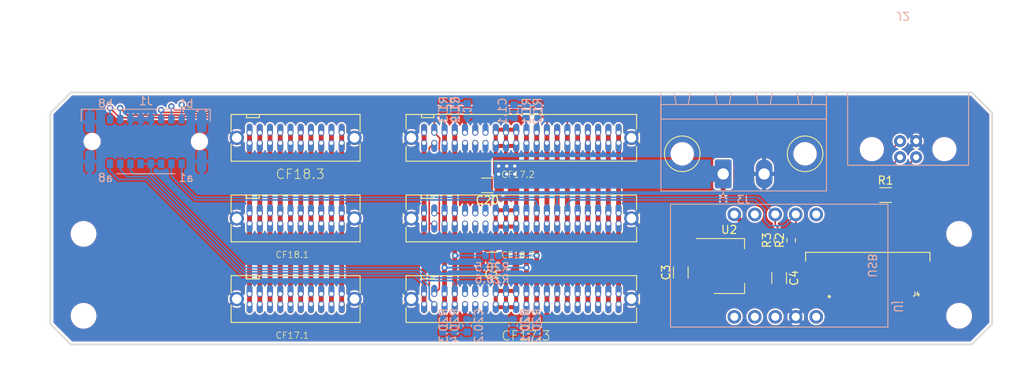
<source format=kicad_pcb>
(kicad_pcb (version 20221018) (generator pcbnew)
  (title_block (title "Oresat 0.5 Backplane") (date "2023-02-19") (rev "v1.1 (Frame v2)"))
  (layers (0 "F.Cu" signal) (1 "In1.Cu" signal) (2 "In2.Cu" signal) (31 "B.Cu" signal) (34 "B.Paste" user) (35 "F.Paste" user) (36 "B.SilkS" user "B.Silkscreen") (37 "F.SilkS" user "F.Silkscreen") (38 "B.Mask" user) (39 "F.Mask" user) (44 "Edge.Cuts" user))
  (net 0 "")
  (net 1 "AUX-1")
  (net 2 "AUX-2")
  (net 3 "AUX-3")
  (net 4 "AUX-4")
  (net 5 "AUX-5")
  (net 6 "AUX-6")
  (net 7 "AUX-7")
  (net 8 "AUX-8")
  (net 9 "AUX-9")
  (net 10 "AUX-10")
  (net 11 "OPD_SDA")
  (net 12 "OPD_SCL")
  (net 13 "OPD_PWR")
  (net 14 "CAN2_H")
  (net 15 "CAN2_L")
  (net 16 "VBUS")
  (net 17 "CAN1_H")
  (net 18 "CAN1_L")
  (net 19 "~{SD}")
  (net 20 "Net-(C1.1-Pad1)")
  (net 21 "Net-(C1.2-Pad1)")
  (net 22 "GND")
  (net 23 "Net-(C20.2-Pad1)")
  (net 24 "MAG-SDA")
  (net 25 "MAG-SCL")
  (net 26 "MAG-POWER")
  (net 27 "HELICAL-DEPLOY")
  (net 28 "TURNSTILE-DEPLOY")
  (net 29 "C3-UART-TX")
  (net 30 "C3-UART-RX")
  (net 31 "Net-(J2-Pin_1)")
  (net 32 "USB_CLI_N")
  (net 33 "USB_CLI_P")
  (net 34 "USB_CLI_VBUS")
  (net 35 "Net-(C20.1-Pad1)")
  (net 40 "UART0_RX")
  (net 41 "UART0_TX")
  (net 46 "I2C0_SCL")
  (net 47 "I2C0_SDA")
  (net 48 "EEPROM_WP")
  (footprint "Package_TO_SOT_SMD:SOT-223-3_TabPin2" (layer "F.Cu") (at 127.6 187)
    (fp_text reference "U2")
    (fp_text value "AMS1117-3.3")
  )
  (footprint "MountingHole:MountingHole_2.7mm" (layer "F.Cu") (at 156.125 193.1725)
    (fp_text reference "REF**" hide)
    (fp_text value "MountingHole_2.7mm")
  )
  (footprint "MountingHole:MountingHole_2.7mm" (layer "F.Cu") (at 47.515 183.0125)
    (fp_text reference "REF**" hide)
    (fp_text value "MountingHole_2.7mm")
  )
  (footprint "Capacitor_SMD:C_1206_3216Metric" (layer "F.Cu") (at 97.6 177 180)
    (fp_text reference "C20")
    (fp_text value "10u 25V")
  )
  (footprint "Capacitor_SMD:C_1206_3216Metric" (layer "F.Cu") (at 98.2 186.2 180)
    (fp_text reference "C1")
    (fp_text value "10u 25V")
  )
  (footprint "oresat-connectors:J-SAMTEC-CF-SFM-110-X1-XXX-D-LC" (layer "F.Cu") (at 73.82 191.095)
    (fp_text reference "CF17.1")
    (fp_text value "SFM-110-X1-XXX-D-LC")
  )
  (footprint "oresat-connectors:J-SAMTEC-CF-SFM-110-X1-XXX-D-LC" (layer "F.Cu") (at 73.82 171.095)
    (fp_text reference "CF18.3")
    (fp_text value "SFM-110-X1-XXX-D-LC")
  )
  (footprint "oresat-connectors:J-SAMTEC-CF-SFM-110-X1-XXX-D-LC" (layer "F.Cu") (at 73.82 181.095)
    (fp_text reference "CF18.1")
    (fp_text value "SFM-110-X1-XXX-D-LC")
  )
  (footprint "MountingHole:MountingHole_2.7mm" (layer "F.Cu") (at 156.125 183.0125)
    (fp_text reference "REF**" hide)
    (fp_text value "MountingHole_2.7mm")
  )
  (footprint "oresat-connectors:J-SAMTEC-SFM-120-X1-XXX-D" (layer "F.Cu") (at 101.82 181.095)
    (fp_text reference "CF18.2")
    (fp_text value "SFM-120-X1-XXX-D")
  )
  (footprint "oresat-connectors:J-SAMTEC-SFM-120-X1-XXX-D" (layer "F.Cu") (at 101.82 171.095)
    (fp_text reference "CF17.2")
    (fp_text value "SFM-120-X1-XXX-D")
  )
  (footprint "Resistor_SMD:R_0603_1608Metric" (layer "F.Cu") (at 135.3 183.8 90)
    (fp_text reference "R2")
    (fp_text value "4k7")
  )
  (footprint "MountingHole:MountingHole_2.7mm" (layer "F.Cu") (at 47.515 193.1725)
    (fp_text reference "REF**" hide)
    (fp_text value "MountingHole_2.7mm")
  )
  (footprint "oresat-connectors:J-TE_2-1734592-0" (layer "F.Cu") (at 144.8 188.2)
    (fp_text reference "J4")
    (fp_text value "ORESAT-DEBUG-CONNECTOR-ALL")
  )
  (footprint "Capacitor_SMD:C_1206_3216Metric" (layer "F.Cu") (at 133.8 188.475 -90)
    (fp_text reference "C4")
    (fp_text value "10u 25V")
  )
  (footprint "Capacitor_SMD:C_1206_3216Metric" (layer "F.Cu") (at 121.6 187.8 90)
    (fp_text reference "C3")
    (fp_text value "10u 25V")
  )
  (footprint "Resistor_SMD:R_1206_3216Metric" (layer "F.Cu") (at 147 178.2)
    (fp_text reference "R1")
    (fp_text value "100k")
  )
  (footprint "Resistor_SMD:R_0603_1608Metric" (layer "F.Cu") (at 133.7 183.8 90)
    (fp_text reference "R3")
    (fp_text value "4k7")
  )
  (footprint "oresat-connectors:J-SAMTEC-SFM-120-X1-XXX-D" (layer "F.Cu") (at 101.82 191.095)
    (fp_text reference "CF17.3")
    (fp_text value "SFM-120-X1-XXX-D")
  )
  (footprint "Connector_Phoenix_MSTB:PhoenixContact_MSTB_2,5_2-GF-5,08_1x02_P5.08mm_Horizontal_ThreadedFlange_MountHole" (layer "B.Cu") (at 126.86 175.5775)
    (fp_text reference "J3")
    (fp_text value "PI 1792627 + PI 1861690 ")
  )
  (footprint "oresat-mcu:Adafruit-Trinket" (layer "B.Cu") (at 133.32 186.95 90)
    (fp_text reference "Uj")
    (fp_text value "~")
  )
  (footprint "Resistor_SMD:R_0603_1608Metric" (layer "B.Cu") (at 93.6 167.6 -90)
    (fp_text reference "R1.3")
    (fp_text value "60.4")
  )
  (footprint "oresat-connectors:m55-6001642" (layer "B.Cu") (at 55.235 171.55 180)
    (fp_text reference "J1")
    (fp_text value "m55-6001642")
  )
  (footprint "Resistor_SMD:R_0603_1608Metric" (layer "B.Cu") (at 102.3 194.4 90)
    (fp_text reference "R20.2")
    (fp_text value "60.4")
  )
  (footprint "Capacitor_SMD:C_0603_1608Metric" (layer "B.Cu") (at 95.1 167.6 -90)
    (fp_text reference "C1.2")
    (fp_text value "1n")
  )
  (footprint "Capacitor_SMD:C_0603_1608Metric" (layer "B.Cu") (at 100.9 167.8 -90)
    (fp_text reference "C1.1")
    (fp_text value "1n")
  )
  (footprint "Resistor_SMD:R_0603_1608Metric" (layer "B.Cu") (at 92.1 194.4 90)
    (fp_text reference "R20.4")
    (fp_text value "60.4")
  )
  (footprint "Resistor_SMD:R_0603_1608Metric" (layer "B.Cu") (at 103.8 194.4 -90)
    (fp_text reference "R20.1")
    (fp_text value "60.4")
  )
  (footprint "oresat-connectors:J-Harwin-M80-5400442" (layer "B.Cu") (at 149.8 172.5)
    (fp_text reference "J2")
    (fp_text value "Harwin M80-5400442")
  )
  (footprint "Capacitor_SMD:C_0603_1608Metric" (layer "B.Cu") (at 95.1 194.4 90)
    (fp_text reference "C20.2")
    (fp_text value "1n")
  )
  (footprint "Resistor_SMD:R_0603_1608Metric" (layer "B.Cu") (at 98.2 187.2)
    (fp_text reference "R20.6")
    (fp_text value "0")
  )
  (footprint "Resistor_SMD:R_0603_1608Metric" (layer "B.Cu") (at 103.9 167.8 -90)
    (fp_text reference "R1.1")
    (fp_text value "60.4")
  )
  (footprint "Resistor_SMD:R_0603_1608Metric" (layer "B.Cu") (at 93.6 194.4 -90)
    (fp_text reference "R20.3")
    (fp_text value "60.4")
  )
  (footprint "Capacitor_SMD:C_0603_1608Metric" (layer "B.Cu") (at 100.8 194.4 90)
    (fp_text reference "C20.1")
    (fp_text value "1n")
  )
  (footprint "Resistor_SMD:R_0603_1608Metric" (layer "B.Cu") (at 98.2 185.7)
    (fp_text reference "R20.5")
    (fp_text value "0")
  )
  (footprint "Resistor_SMD:R_0603_1608Metric" (layer "B.Cu") (at 102.4 167.8 90)
    (fp_text reference "R1.2")
    (fp_text value "60.4")
  )
  (footprint "Resistor_SMD:R_0603_1608Metric" (layer "B.Cu") (at 92.1 167.6 90)
    (fp_text reference "R1.4")
    (fp_text value "60.4")
  )
  (gr_line (start 43.4 168) (end 43.4 194.19) (stroke (width 0.2)) (layer "Edge.Cuts"))
  (gr_line (start 157.7 196.73) (end 160.24 194.19) (stroke (width 0.2)) (layer "Edge.Cuts"))
  (gr_line (start 45.94 196.73) (end 157.7 196.73) (stroke (width 0.2)) (layer "Edge.Cuts"))
  (gr_line (start 160.24 168) (end 157.7 165.46) (stroke (width 0.2)) (layer "Edge.Cuts"))
  (gr_line (start 157.7 165.46) (end 45.94 165.46) (stroke (width 0.2)) (layer "Edge.Cuts"))
  (gr_line (start 160.24 194.19) (end 160.24 168) (stroke (width 0.2)) (layer "Edge.Cuts"))
  (gr_line (start 43.4 194.19) (end 45.94 196.73) (stroke (width 0.2)) (layer "Edge.Cuts"))
  (gr_line (start 45.94 165.46) (end 43.4 168) (stroke (width 0.2)) (layer "Edge.Cuts"))
  (segment (start 79.535 191.73) (end 79.535 170.46) (width 0.6) (layer "F.Cu") (net 1))
  (segment (start 78.265 170.46) (end 78.265 191.73) (width 0.6) (layer "F.Cu") (net 2))
  (segment (start 76.995 191.73) (end 76.995 170.46) (width 0.6) (layer "F.Cu") (net 3))
  (segment (start 75.725 170.46) (end 75.725 191.73) (width 0.6) (layer "F.Cu") (net 4))
  (segment (start 74.455 191.73) (end 74.455 170.46) (width 0.6) (layer "F.Cu") (net 5))
  (segment (start 73.185 170.46) (end 73.185 191.73) (width 0.6) (layer "F.Cu") (net 6))
  (segment (start 71.915 191.73) (end 71.915 170.46) (width 0.6) (layer "F.Cu") (net 7))
  (segment (start 70.645 170.46) (end 70.645 191.73) (width 0.6) (layer "F.Cu") (net 8))
  (segment (start 69.375 170.46) (end 69.375 191.73) (width 0.6) (layer "F.Cu") (net 9))
  (segment (start 68.105 170.46) (end 68.105 191.73) (width 0.6) (layer "F.Cu") (net 10))
  (segment (start 135.3 182.975) (end 135.3 182.4) (width 0.2) (layer "F.Cu") (net 11))
  (segment (start 107.535 170.46) (end 107.535 191.73) (width 0.6) (layer "F.Cu") (net 11))
  (segment (start 106.092 167.292) (end 107.535 168.735) (width 0.2) (layer "F.Cu") (net 11))
  (segment (start 59.68 166.9925) (end 59.9795 167.292) (width 0.2) (layer "F.Cu") (net 11))
  (segment (start 107.535 168.735) (end 107.535 170.46) (width 0.2) (layer "F.Cu") (net 11))
  (segment (start 135.86 181.84) (end 135.86 180.6) (width 0.2) (layer "F.Cu") (net 11))
  (segment (start 59.9795 167.292) (end 106.092 167.292) (width 0.2) (layer "F.Cu") (net 11))
  (segment (start 135.3 182.4) (end 135.86 181.84) (width 0.2) (layer "F.Cu") (net 11))
  (via (at 59.68 166.9925) (size 0.8) (drill 0.4) (layers "F.Cu" "B.Cu") (net 11))
  (segment (start 132 181.4) (end 132 180) (width 0.2) (layer "B.Cu") (net 11))
  (segment (start 134.46 182) (end 132.6 182) (width 0.2) (layer "B.Cu") (net 11))
  (segment (start 108 178.8) (end 107.535 179.265) (width 0.2) (layer "B.Cu") (net 11))
  (segment (start 107.535 179.265) (end 107.535 180.46) (width 0.2) (layer "B.Cu") (net 11))
  (segment (start 132 180) (end 130.8 178.8) (width 0.2) (layer "B.Cu") (net 11))
  (segment (start 132.6 182) (end 132 181.4) (width 0.2) (layer "B.Cu") (net 11))
  (segment (start 135.86 180.6) (end 134.46 182) (width 0.2) (layer "B.Cu") (net 11))
  (segment (start 130.8 178.8) (end 108 178.8) (width 0.2) (layer "B.Cu") (net 11))
  (segment (start 59.68 166.9925) (end 59.68 168.8) (width 0.2) (layer "B.Cu") (net 11))
  (segment (start 133.7 183) (end 133.8 183.1) (width 0.2) (layer "F.Cu") (net 12))
  (segment (start 133.32 181.92) (end 133.7 182.3) (width 0.2) (layer "F.Cu") (net 12))
  (segment (start 106.265 170.46) (end 106.265 191.73) (width 0.6) (layer "F.Cu") (net 12))
  (segment (start 133.32 180.6) (end 133.32 181.92) (width 0.2) (layer "F.Cu") (net 12))
  (segment (start 133.7 182.3) (end 133.7 183) (width 0.2) (layer "F.Cu") (net 12))
  (segment (start 61.473 178.473) (end 105.4 178.473) (width 0.2) (layer "B.Cu") (net 12))
  (segment (start 105.4 178.473) (end 106.265 178.473) (width 0.2) (layer "B.Cu") (net 12))
  (segment (start 106.265 178.473) (end 106.265 180.46) (width 0.2) (layer "B.Cu") (net 12))
  (segment (start 131.193 178.473) (end 133.32 180.6) (width 0.2) (layer "B.Cu") (net 12))
  (segment (start 59.68 174.3) (end 59.68 176.68) (width 0.2) (layer "B.Cu") (net 12))
  (segment (start 59.68 176.68) (end 61.473 178.473) (width 0.2) (layer "B.Cu") (net 12))
  (segment (start 105.4 178.473) (end 131.193 178.473) (width 0.2) (layer "B.Cu") (net 12))
  (segment (start 104.995 170.46) (end 104.995 191.73) (width 0.6) (layer "F.Cu") (net 13))
  (segment (start 123 187) (end 124.45 187) (width 0.6) (layer "F.Cu") (net 13))
  (segment (start 119 188.8) (end 120.2 187.6) (width 0.6) (layer "F.Cu") (net 13))
  (segment (start 120.2 187.6) (end 122.4 187.6) (width 0.6) (layer "F.Cu") (net 13))
  (segment (start 135.075 184.625) (end 135.2 184.5) (width 0.2) (layer "F.Cu") (net 13))
  (segment (start 119 191.4) (end 119 188.8) (width 0.6) (layer "F.Cu") (net 13))
  (segment (start 130.75 183.11) (end 130.75 187) (width 0.6) (layer "F.Cu") (net 13))
  (segment (start 133.8 187) (end 133.7 186.9) (width 0.2) (layer "F.Cu") (net 13))
  (segment (start 133.7 186.9) (end 133.7 184.625) (width 0.2) (layer "F.Cu") (net 13))
  (segment (start 58.829 167.619) (end 103.619 167.619) (width 0.2) (layer "F.Cu") (net 13))
  (segment (start 103.619 167.619) (end 104.995 168.995) (width 0.2) (layer "F.Cu") (net 13))
  (segment (start 128.24 180.6) (end 130.75 183.11) (width 0.6) (layer "F.Cu") (net 13))
  (segment (start 122.4 187.6) (end 123 187) (width 0.6) (layer "F.Cu") (net 13))
  (segment (start 104.995 191.73) (end 104.995 193.395) (width 0.6) (layer "F.Cu") (net 13))
  (segment (start 105.2 193.6) (end 116.8 193.6) (width 0.6) (layer "F.Cu") (net 13))
  (segment (start 104.995 193.395) (end 105.2 193.6) (width 0.6) (layer "F.Cu") (net 13))
  (segment (start 133.7 184.625) (end 135.075 184.625) (width 0.2) (layer "F.Cu") (net 13))
  (segment (start 130.75 187) (end 133.725 187) (width 0.6) (layer "F.Cu") (net 13))
  (segment (start 116.8 193.6) (end 119 191.4) (width 0.6) (layer "F.Cu") (net 13))
  (segment (start 58.41 167.2) (end 58.829 167.619) (width 0.2) (layer "F.Cu") (net 13))
  (segment (start 104.995 168.995) (end 104.995 170.46) (width 0.2) (layer "F.Cu") (net 13))
  (via (at 58.41 167.2) (size 0.8) (drill 0.4) (layers "F.Cu" "B.Cu") (net 13))
  (segment (start 58.41 167.2) (end 58.41 168.8) (width 0.2) (layer "B.Cu") (net 13))
  (segment (start 103.725 170.46) (end 103.725 191.73) (width 0.6) (layer "F.Cu") (net 14))
  (via (at 103.725 185.7) (size 0.8) (drill 0.4) (layers "F.Cu" "B.Cu") (net 14))
  (segment (start 103.8 193.575) (end 103.8 191.805) (width 0.25) (layer "B.Cu") (net 14))
  (segment (start 58.41 175.872448) (end 61.337552 178.8) (width 0.2) (layer "B.Cu") (net 14))
  (segment (start 103.8 191.805) (end 103.725 191.73) (width 0.25) (layer "B.Cu") (net 14))
  (segment (start 98.9 185.7) (end 103.525 185.7) (width 0.25) (layer "B.Cu") (net 14))
  (segment (start 103.9 170.285) (end 103.725 170.46) (width 0.25) (layer "B.Cu") (net 14))
  (segment (start 61.337552 178.8) (end 103.4 178.8) (width 0.2) (layer "B.Cu") (net 14))
  (segment (start 103.4 178.8) (end 103.725 179.125) (width 0.2) (layer "B.Cu") (net 14))
  (segment (start 58.41 174.3) (end 58.41 175.872448) (width 0.2) (layer "B.Cu") (net 14))
  (segment (start 103.725 179.125) (end 103.725 180.46) (width 0.2) (layer "B.Cu") (net 14))
  (segment (start 103.9 168.625) (end 103.9 170.285) (width 0.25) (layer "B.Cu") (net 14))
  (segment (start 101.746 167.946) (end 102.455 168.655) (width 0.2) (layer "F.Cu") (net 15))
  (segment (start 102.455 168.655) (end 102.455 170.46) (width 0.2) (layer "F.Cu") (net 15))
  (segment (start 57.14 167.6465) (end 57.4395 167.946) (width 0.2) (layer "F.Cu") (net 15))
  (segment (start 57.4395 167.946) (end 101.746 167.946) (width 0.2) (layer "F.Cu") (net 15))
  (segment (start 102.455 170.46) (end 102.455 191.73) (width 0.6) (layer "F.Cu") (net 15))
  (via (at 102.455 187.2) (size 0.8) (drill 0.4) (layers "F.Cu" "B.Cu") (net 15))
  (via (at 57.14 167.6465) (size 0.8) (drill 0.4) (layers "F.Cu" "B.Cu") (net 15))
  (segment (start 102.4 168.625) (end 102.4 170.405) (width 0.25) (layer "B.Cu") (net 15))
  (segment (start 98.9 187.2) (end 102.455 187.2) (width 0.25) (layer "B.Cu") (net 15))
  (segment (start 102.3 193.575) (end 102.3 191.885) (width 0.25) (layer "B.Cu") (net 15))
  (segment (start 102.4 168.5) (end 102.455 168.555) (width 0.25) (layer "B.Cu") (net 15))
  (segment (start 102.4 170.405) (end 102.455 170.46) (width 0.25) (layer "B.Cu") (net 15))
  (segment (start 102.3 191.885) (end 102.455 191.73) (width 0.25) (layer "B.Cu") (net 15))
  (segment (start 57.14 167.6465) (end 57.14 168.8) (width 0.2) (layer "B.Cu") (net 15))
  (segment (start 121.6 189.275) (end 124.425 189.275) (width 0.6) (layer "F.Cu") (net 16))
  (segment (start 124.425 189.275) (end 124.45 189.3) (width 0.6) (layer "F.Cu") (net 16))
  (segment (start 125.9 189.3) (end 124.45 189.3) (width 0.6) (layer "F.Cu") (net 16))
  (segment (start 126.86 175.5775) (end 126.86 188.34) (width 0.6) (layer "F.Cu") (net 16))
  (segment (start 126.86 188.34) (end 125.9 189.3) (width 0.6) (layer "F.Cu") (net 16))
  (via (at 101 175.6) (size 0.8) (drill 0.4) (layers "F.Cu" "B.Cu") (net 16))
  (via (at 101 174.6) (size 0.8) (drill 0.4) (layers "F.Cu" "B.Cu") (net 16))
  (via (at 100 175.6) (size 0.8) (drill 0.4) (layers "F.Cu" "B.Cu") (net 16))
  (via (at 99 174.6) (size 0.8) (drill 0.4) (layers "F.Cu" "B.Cu") (net 16))
  (via (at 99 175.6) (size 0.8) (drill 0.4) (layers "F.Cu" "B.Cu") (net 16))
  (via (at 100 174.6) (size 0.8) (drill 0.4) (layers "F.Cu" "B.Cu") (net 16))
  (segment (start 55.87 175.47) (end 67.6 187.2) (width 0.2) (layer "B.Cu") (net 16))
  (segment (start 67.6 187.2) (end 89.062448 187.2) (width 0.2) (layer "B.Cu") (net 16))
  (segment (start 98.123 188.473) (end 98.645 188.995) (width 0.2) (layer "B.Cu") (net 16))
  (segment (start 89.062448 187.2) (end 90.335448 188.473) (width 0.2) (layer "B.Cu") (net 16))
  (segment (start 54.6 174.3) (end 57.14 174.3) (width 0.2) (layer "B.Cu") (net 16))
  (segment (start 55.87 174.3) (end 55.87 175.47) (width 0.2) (layer "B.Cu") (net 16))
  (segment (start 98.645 188.995) (end 98.645 190.46) (width 0.2) (layer "B.Cu") (net 16))
  (segment (start 90.335448 188.473) (end 98.123 188.473) (width 0.2) (layer "B.Cu") (net 16))
  (segment (start 93.565 181.73) (end 93.565 191.73) (width 0.6) (layer "F.Cu") (net 17))
  (segment (start 93.565 170.46) (end 93.565 181.73) (width 0.6) (layer "F.Cu") (net 17))
  (via (at 93.6 185.7) (size 0.8) (drill 0.4) (layers "F.Cu" "B.Cu") (net 17))
  (segment (start 93.7 191.865) (end 93.565 191.73) (width 0.25) (layer "B.Cu") (net 17))
  (segment (start 93.2 188.8) (end 93.565 189.165) (width 0.2) (layer "B.Cu") (net 17))
  (segment (start 97.5 185.7) (end 93.6 185.7) (width 0.25) (layer "B.Cu") (net 17))
  (segment (start 67.483552 187.546) (end 88.946 187.546) (width 0.2) (layer "B.Cu") (net 17))
  (segment (start 53.33 174.3) (end 53.33 175.13) (width 0.2) (layer "B.Cu") (net 17))
  (segment (start 93.6 168.3) (end 93.565 168.335) (width 0.25) (layer "B.Cu") (net 17))
  (segment (start 93.6 168.425) (end 93.6 170.425) (width 0.25) (layer "B.Cu") (net 17))
  (segment (start 93.6 170.425) (end 93.565 170.46) (width 0.25) (layer "B.Cu") (net 17))
  (segment (start 53.8 175.6) (end 55.537552 175.6) (width 0.2) (layer "B.Cu") (net 17))
  (segment (start 93.565 189.165) (end 93.565 190.46) (width 0.2) (layer "B.Cu") (net 17))
  (segment (start 93.6 191.765) (end 93.565 191.73) (width 0.25) (layer "B.Cu") (net 17))
  (segment (start 93.6 193.575) (end 93.6 191.765) (width 0.25) (layer "B.Cu") (net 17))
  (segment (start 88.946 187.546) (end 90.2 188.8) (width 0.2) (layer "B.Cu") (net 17))
  (segment (start 55.537552 175.6) (end 67.483552 187.546) (width 0.2) (layer "B.Cu") (net 17))
  (segment (start 90.2 188.8) (end 93.2 188.8) (width 0.2) (layer "B.Cu") (net 17))
  (segment (start 53.33 175.13) (end 53.8 175.6) (width 0.2) (layer "B.Cu") (net 17))
  (segment (start 91.463 168.273) (end 92.295 169.105) (width 0.2) (layer "F.Cu") (net 18))
  (segment (start 92.295 169.105) (end 92.295 170.46) (width 0.2) (layer "F.Cu") (net 18))
  (segment (start 52.933 168.273) (end 91.463 168.273) (width 0.2) (layer "F.Cu") (net 18))
  (segment (start 92.295 170.46) (end 92.295 191.73) (width 0.6) (layer "F.Cu") (net 18))
  (segment (start 52.06 167.4) (end 52.933 168.273) (width 0.2) (layer "F.Cu") (net 18))
  (via (at 52.06 167.4) (size 0.8) (drill 0.4) (layers "F.Cu" "B.Cu") (net 18))
  (via (at 92.295 187.2) (size 0.8) (drill 0.4) (layers "F.Cu" "B.Cu") (net 18))
  (segment (start 92.1 193.575) (end 92.1 191.925) (width 0.25) (layer "B.Cu") (net 18))
  (segment (start 92.1 168.425) (end 92.1 170.265) (width 0.25) (layer "B.Cu") (net 18))
  (segment (start 92.2 168.3) (end 92.295 168.395) (width 0.25) (layer "B.Cu") (net 18))
  (segment (start 52.06 167.4) (end 52.06 168.8) (width 0.2) (layer "B.Cu") (net 18))
  (segment (start 97.5 187.2) (end 92.295 187.2) (width 0.25) (layer "B.Cu") (net 18))
  (segment (start 92.1 170.265) (end 92.295 170.46) (width 0.25) (layer "B.Cu") (net 18))
  (segment (start 92.1 191.925) (end 92.295 191.73) (width 0.25) (layer "B.Cu") (net 18))
  (segment (start 89.755 170.46) (end 89.755 191.73) (width 0.6) (layer "F.Cu") (net 19))
  (segment (start 89.755 189.355) (end 89.755 190.46) (width 0.2) (layer "B.Cu") (net 19))
  (segment (start 50.79 175.19) (end 51.854 176.254) (width 0.2) (layer "B.Cu") (net 19))
  (segment (start 88.6 188.2) (end 89.755 189.355) (width 0.2) (layer "B.Cu") (net 19))
  (segment (start 50.79 174.3) (end 50.79 175.19) (width 0.2) (layer "B.Cu") (net 19))
  (segment (start 51.854 176.254) (end 55.266656 176.254) (width 0.2) (layer "B.Cu") (net 19))
  (segment (start 55.266656 176.254) (end 67.212656 188.2) (width 0.2) (layer "B.Cu") (net 19))
  (segment (start 67.212656 188.2) (end 88.6 188.2) (width 0.2) (layer "B.Cu") (net 19))
  (segment (start 100.95 166.975) (end 100.9 167.025) (width 0.25) (layer "B.Cu") (net 20))
  (segment (start 103.9 166.975) (end 100.95 166.975) (width 0.25) (layer "B.Cu") (net 20))
  (segment (start 92.1 166.775) (end 95.05 166.775) (width 0.25) (layer "B.Cu") (net 21))
  (segment (start 95.05 166.775) (end 95.1 166.825) (width 0.25) (layer "B.Cu") (net 21))
  (segment (start 95.25 195.225) (end 95.3 195.175) (width 0.25) (layer "B.Cu") (net 23))
  (segment (start 92.1 195.225) (end 95.25 195.225) (width 0.25) (layer "B.Cu") (net 23))
  (segment (start 113.885 170.46) (end 113.885 191.73) (width 0.6) (layer "F.Cu") (net 24))
  (segment (start 112.615 170.46) (end 112.615 191.73) (width 0.6) (layer "F.Cu") (net 25))
  (segment (start 111.345 170.46) (end 111.345 191.73) (width 0.6) (layer "F.Cu") (net 26))
  (segment (start 110.075 170.46) (end 110.075 191.73) (width 0.6) (layer "F.Cu") (net 27))
  (segment (start 108.805 170.46) (end 108.805 191.73) (width 0.6) (layer "F.Cu") (net 28))
  (segment (start 91.025 181.73) (end 90.42 181.73) (width 0.2) (layer "F.Cu") (net 29))
  (segment (start 90.42 181.73) (end 90.4 181.75) (width 0.2) (layer "F.Cu") (net 29))
  (segment (start 90.4 191.105) (end 90.4 181.75) (width 0.2) (layer "F.Cu") (net 29))
  (segment (start 91.025 191.73) (end 90.4 191.105) (width 0.2) (layer "F.Cu") (net 29))
  (segment (start 90.4 172.355) (end 91.025 171.73) (width 0.2) (layer "F.Cu") (net 29))
  (segment (start 90.4 181.75) (end 90.4 172.355) (width 0.2) (layer "F.Cu") (net 29))
  (segment (start 88.769357 187.873) (end 90.4 189.503643) (width 0.2) (layer "B.Cu") (net 29))
  (segment (start 55.402104 175.927) (end 67.348104 187.873) (width 0.2) (layer "B.Cu") (net 29))
  (segment (start 67.348104 187.873) (end 88.769357 187.873) (width 0.2) (layer "B.Cu") (net 29))
  (segment (start 52.06 175.06) (end 52.927 175.927) (width 0.2) (layer "B.Cu") (net 29))
  (segment (start 90.4 191.105) (end 91.025 191.73) (width 0.2) (layer "B.Cu") (net 29))
  (segment (start 52.06 174.3) (end 52.06 175.06) (width 0.2) (layer "B.Cu") (net 29))
  (segment (start 90.4 189.503643) (end 90.4 191.105) (width 0.2) (layer "B.Cu") (net 29))
  (segment (start 52.927 175.927) (end 55.402104 175.927) (width 0.2) (layer "B.Cu") (net 29))
  (segment (start 91.61 180.46) (end 91.65 180.5) (width 0.2) (layer "F.Cu") (net 30))
  (segment (start 91.025 169.025) (end 91.025 170.46) (width 0.2) (layer "F.Cu") (net 30))
  (segment (start 91.7 171.135) (end 91.7 171.473643) (width 0.2) (layer "F.Cu") (net 30))
  (segment (start 50.8 167.4) (end 52 168.6) (width 0.2) (layer "F.Cu") (net 30))
  (segment (start 91.025 180.46) (end 91.61 180.46) (width 0.2) (layer "F.Cu") (net 30))
  (segment (start 90.6 168.6) (end 91.025 169.025) (width 0.2) (layer "F.Cu") (net 30))
  (segment (start 91.65 171.523643) (end 91.65 180.5) (width 0.2) (layer "F.Cu") (net 30))
  (segment (start 91.7 171.473643) (end 91.65 171.523643) (width 0.2) (layer "F.Cu") (net 30))
  (segment (start 52 168.6) (end 90.6 168.6) (width 0.2) (layer "F.Cu") (net 30))
  (segment (start 91.65 189.835) (end 91.025 190.46) (width 0.2) (layer "F.Cu") (net 30))
  (segment (start 91.025 170.46) (end 91.7 171.135) (width 0.2) (layer "F.Cu") (net 30))
  (segment (start 91.65 180.5) (end 91.65 189.835) (width 0.2) (layer "F.Cu") (net 30))
  (via (at 50.8 167.4) (size 0.8) (drill 0.4) (layers "F.Cu" "B.Cu") (net 30))
  (segment (start 91 170.435) (end 91.025 170.46) (width 0.2) (layer "B.Cu") (net 30))
  (segment (start 50.79 168.8) (end 50.79 167.41) (width 0.2) (layer "B.Cu") (net 30))
  (segment (start 50.8 167.4) (end 50.79 167.41) (width 0.2) (layer "B.Cu") (net 30))
  (segment (start 148.4625 175.8375) (end 150.8 173.5) (width 0.2) (layer "F.Cu") (net 31))
  (segment (start 148.4625 178.2) (end 148.4625 175.8375) (width 0.2) (layer "F.Cu") (net 31))
  (segment (start 147.527 183.635448) (end 142.05 189.112448) (width 0.2) (layer "F.Cu") (net 32))
  (segment (start 147.527 174.773) (end 147.527 183.635448) (width 0.2) (layer "F.Cu") (net 32))
  (segment (start 142.05 189.112448) (end 142.05 189.9) (width 0.2) (layer "F.Cu") (net 32))
  (segment (start 148.8 173.5) (end 147.527 174.773) (width 0.2) (layer "F.Cu") (net 32))
  (segment (start 147.2 173.1) (end 148.8 171.5) (width 0.2) (layer "F.Cu") (net 33))
  (segment (start 147.2 183.5) (end 147.2 173.1) (width 0.2) (layer "F.Cu") (net 33))
  (segment (start 141.55 189.9) (end 141.55 189.15) (width 0.2) (layer "F.Cu") (net 33))
  (segment (start 141.55 189.15) (end 147.2 183.5) (width 0.2) (layer "F.Cu") (net 33))
  (segment (start 146.8 178.4) (end 146.6 178.2) (width 0.2) (layer "F.Cu") (net 34))
  (segment (start 140.05 189.9) (end 140.55 189.9) (width 0.2) (layer "F.Cu") (net 34))
  (segment (start 140.55 189.246) (end 140.796 189) (width 0.2) (layer "F.Cu") (net 34))
  (segment (start 141.237552 189) (end 146.8 183.437552) (width 0.2) (layer "F.Cu") (net 34))
  (segment (start 140.796 189) (end 141.237552 189) (width 0.2) (layer "F.Cu") (net 34))
  (segment (start 146.8 183.437552) (end 146.8 178.4) (width 0.2) (layer "F.Cu") (net 34))
  (segment (start 146.6 178.2) (end 146 178.2) (width 0.2) (layer "F.Cu") (net 34))
  (segment (start 140.55 189.9) (end 140.55 189.246) (width 0.2) (layer "F.Cu") (net 34))
  (segment (start 100.8 195.175) (end 103.75 195.175) (width 0.25) (layer "B.Cu") (net 35))
  (segment (start 103.75 195.175) (end 103.8 195.225) (width 0.25) (layer "B.Cu") (net 35))
  (zone (net 16) (net_name "VBUS") (layer "F.Cu") (priority 2) (connect_pads (clearance 0.3)) (min_thickness 0.25) (fill yes (thermal_gap 0.5) (thermal_bridge_width 0.5))
    (polygon (pts (xy 98.3 169.35) (xy 101.55 169.35) (xy 101.55 192.85) (xy 98.3 192.85)))
  )
  (zone (net 22) (net_name "GND") (layers "F.Cu" "In1.Cu" "In2.Cu" "B.Cu") (priority 1) (connect_pads (clearance 0.2)) (min_thickness 0.2) (fill yes (thermal_gap 0.2) (thermal_bridge_width 0.5))
    (polygon (pts (xy 38.1 162.25) (xy 162.8 162.25) (xy 162.8 199.2) (xy 162.45 199.55) (xy 38.45 199.55) (xy 37.15 198.25) (xy 37.15 163.2)))
  )
  (zone (net 16) (net_name "VBUS") (layer "B.Cu") (priority 2) (connect_pads (clearance 0.3)) (min_thickness 0.25) (fill yes (thermal_gap 0.5) (thermal_bridge_width 0.5))
    (polygon (pts (xy 128 173.8) (xy 127.8 177.4) (xy 98.4 177.4) (xy 98.4 173.8)))
  )
)
</source>
